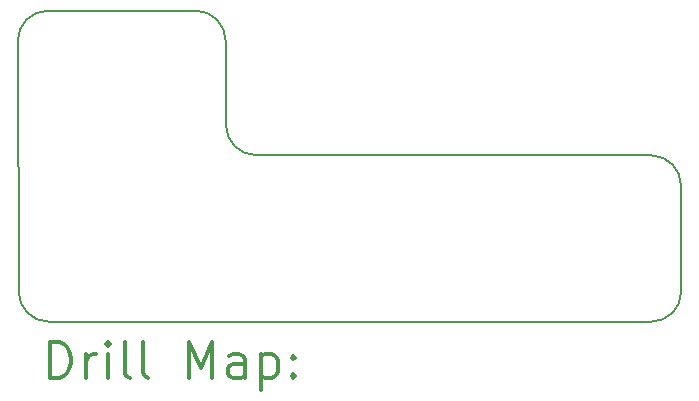
<source format=gbr>
%FSLAX45Y45*%
G04 Gerber Fmt 4.5, Leading zero omitted, Abs format (unit mm)*
G04 Created by KiCad (PCBNEW (5.1.6)-1) date 2020-09-27 13:04:49*
%MOMM*%
%LPD*%
G01*
G04 APERTURE LIST*
%TA.AperFunction,Profile*%
%ADD10C,0.200000*%
%TD*%
%ADD11C,0.200000*%
%ADD12C,0.300000*%
G04 APERTURE END LIST*
D10*
X2349000Y-7839000D02*
X7451000Y-7839000D01*
X4104000Y-6429000D02*
G75*
G02*
X3850000Y-6175000I0J254000D01*
G01*
X7449237Y-6431115D02*
G75*
G02*
X7703237Y-6685115I0J-254000D01*
G01*
X3594237Y-5206115D02*
X2342237Y-5206115D01*
X7705000Y-7585000D02*
X7703237Y-6685115D01*
X3594237Y-5206115D02*
G75*
G02*
X3848237Y-5460115I0J-254000D01*
G01*
X7705000Y-7585000D02*
G75*
G02*
X7451000Y-7839000I-254000J0D01*
G01*
X7449237Y-6431115D02*
X4104000Y-6429000D01*
X3850000Y-6175000D02*
X3848237Y-5460115D01*
X2088237Y-5460115D02*
G75*
G02*
X2342237Y-5206115I254000J0D01*
G01*
X2088237Y-5460115D02*
X2095000Y-7585000D01*
X2349000Y-7839000D02*
G75*
G02*
X2095000Y-7585000I0J254000D01*
G01*
D11*
D12*
X2364666Y-8314714D02*
X2364666Y-8014714D01*
X2436094Y-8014714D01*
X2478951Y-8029000D01*
X2507523Y-8057571D01*
X2521809Y-8086143D01*
X2536094Y-8143286D01*
X2536094Y-8186143D01*
X2521809Y-8243286D01*
X2507523Y-8271857D01*
X2478951Y-8300429D01*
X2436094Y-8314714D01*
X2364666Y-8314714D01*
X2664666Y-8314714D02*
X2664666Y-8114714D01*
X2664666Y-8171857D02*
X2678951Y-8143286D01*
X2693237Y-8129000D01*
X2721809Y-8114714D01*
X2750380Y-8114714D01*
X2850380Y-8314714D02*
X2850380Y-8114714D01*
X2850380Y-8014714D02*
X2836094Y-8029000D01*
X2850380Y-8043286D01*
X2864666Y-8029000D01*
X2850380Y-8014714D01*
X2850380Y-8043286D01*
X3036094Y-8314714D02*
X3007523Y-8300429D01*
X2993237Y-8271857D01*
X2993237Y-8014714D01*
X3193237Y-8314714D02*
X3164666Y-8300429D01*
X3150380Y-8271857D01*
X3150380Y-8014714D01*
X3536094Y-8314714D02*
X3536094Y-8014714D01*
X3636094Y-8229000D01*
X3736094Y-8014714D01*
X3736094Y-8314714D01*
X4007523Y-8314714D02*
X4007523Y-8157571D01*
X3993237Y-8129000D01*
X3964666Y-8114714D01*
X3907523Y-8114714D01*
X3878951Y-8129000D01*
X4007523Y-8300429D02*
X3978951Y-8314714D01*
X3907523Y-8314714D01*
X3878951Y-8300429D01*
X3864666Y-8271857D01*
X3864666Y-8243286D01*
X3878951Y-8214714D01*
X3907523Y-8200429D01*
X3978951Y-8200429D01*
X4007523Y-8186143D01*
X4150380Y-8114714D02*
X4150380Y-8414714D01*
X4150380Y-8129000D02*
X4178951Y-8114714D01*
X4236094Y-8114714D01*
X4264666Y-8129000D01*
X4278951Y-8143286D01*
X4293237Y-8171857D01*
X4293237Y-8257571D01*
X4278951Y-8286143D01*
X4264666Y-8300429D01*
X4236094Y-8314714D01*
X4178951Y-8314714D01*
X4150380Y-8300429D01*
X4421809Y-8286143D02*
X4436094Y-8300429D01*
X4421809Y-8314714D01*
X4407523Y-8300429D01*
X4421809Y-8286143D01*
X4421809Y-8314714D01*
X4421809Y-8129000D02*
X4436094Y-8143286D01*
X4421809Y-8157571D01*
X4407523Y-8143286D01*
X4421809Y-8129000D01*
X4421809Y-8157571D01*
M02*

</source>
